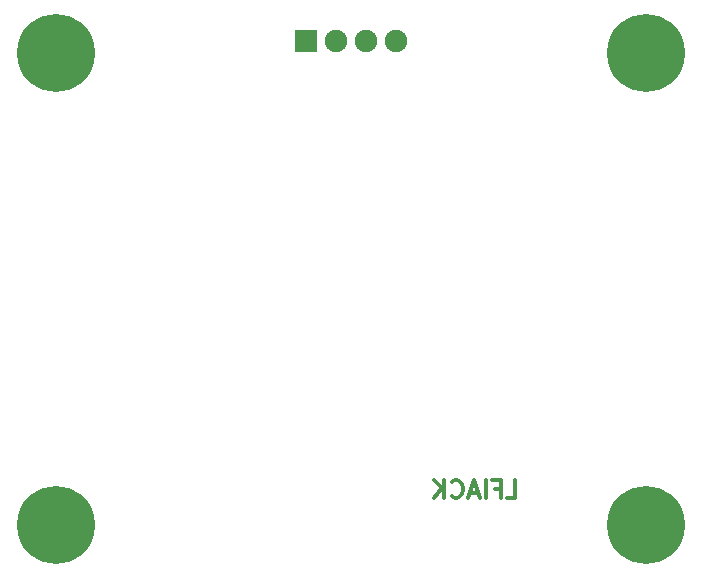
<source format=gbr>
%TF.GenerationSoftware,KiCad,Pcbnew,(6.0.2)*%
%TF.CreationDate,2022-03-31T10:51:58+02:00*%
%TF.ProjectId,stm32l02,73746d33-326c-4303-922e-6b696361645f,rev?*%
%TF.SameCoordinates,Original*%
%TF.FileFunction,Soldermask,Bot*%
%TF.FilePolarity,Negative*%
%FSLAX46Y46*%
G04 Gerber Fmt 4.6, Leading zero omitted, Abs format (unit mm)*
G04 Created by KiCad (PCBNEW (6.0.2)) date 2022-03-31 10:51:58*
%MOMM*%
%LPD*%
G01*
G04 APERTURE LIST*
G04 Aperture macros list*
%AMRoundRect*
0 Rectangle with rounded corners*
0 $1 Rounding radius*
0 $2 $3 $4 $5 $6 $7 $8 $9 X,Y pos of 4 corners*
0 Add a 4 corners polygon primitive as box body*
4,1,4,$2,$3,$4,$5,$6,$7,$8,$9,$2,$3,0*
0 Add four circle primitives for the rounded corners*
1,1,$1+$1,$2,$3*
1,1,$1+$1,$4,$5*
1,1,$1+$1,$6,$7*
1,1,$1+$1,$8,$9*
0 Add four rect primitives between the rounded corners*
20,1,$1+$1,$2,$3,$4,$5,0*
20,1,$1+$1,$4,$5,$6,$7,0*
20,1,$1+$1,$6,$7,$8,$9,0*
20,1,$1+$1,$8,$9,$2,$3,0*%
G04 Aperture macros list end*
%ADD10C,0.300000*%
%ADD11C,6.600000*%
%ADD12RoundRect,0.100000X-0.850000X0.850000X-0.850000X-0.850000X0.850000X-0.850000X0.850000X0.850000X0*%
%ADD13O,1.900000X1.900000*%
G04 APERTURE END LIST*
D10*
X78178571Y-67678571D02*
X78892857Y-67678571D01*
X78892857Y-66178571D01*
X77178571Y-66892857D02*
X77678571Y-66892857D01*
X77678571Y-67678571D02*
X77678571Y-66178571D01*
X76964285Y-66178571D01*
X76392857Y-67678571D02*
X76392857Y-66178571D01*
X75750000Y-67250000D02*
X75035714Y-67250000D01*
X75892857Y-67678571D02*
X75392857Y-66178571D01*
X74892857Y-67678571D01*
X73535714Y-67535714D02*
X73607142Y-67607142D01*
X73821428Y-67678571D01*
X73964285Y-67678571D01*
X74178571Y-67607142D01*
X74321428Y-67464285D01*
X74392857Y-67321428D01*
X74464285Y-67035714D01*
X74464285Y-66821428D01*
X74392857Y-66535714D01*
X74321428Y-66392857D01*
X74178571Y-66250000D01*
X73964285Y-66178571D01*
X73821428Y-66178571D01*
X73607142Y-66250000D01*
X73535714Y-66321428D01*
X72892857Y-67678571D02*
X72892857Y-66178571D01*
X72035714Y-67678571D02*
X72678571Y-66821428D01*
X72035714Y-66178571D02*
X72892857Y-67035714D01*
D11*
%TO.C,H3*%
X90000000Y-70000000D03*
%TD*%
%TO.C,H4*%
X40000000Y-70000000D03*
%TD*%
%TO.C,H2*%
X90000000Y-30000000D03*
%TD*%
%TO.C,H1*%
X40000000Y-30000000D03*
%TD*%
D12*
%TO.C,J2*%
X61200000Y-29000000D03*
D13*
X63740000Y-29000000D03*
X66280000Y-29000000D03*
X68820000Y-29000000D03*
%TD*%
M02*

</source>
